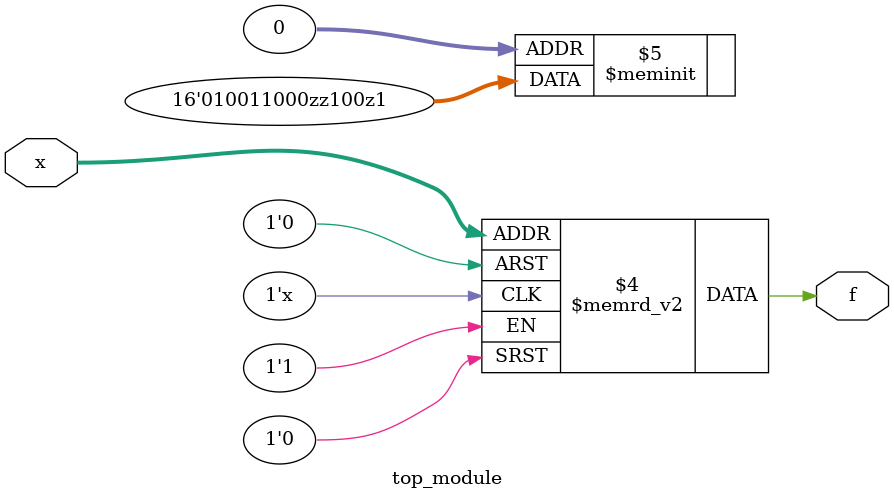
<source format=sv>
module top_module (
	input [4:1] x,
	output logic f
);

always_comb begin
    case (x)
        4'b00_00: f = 1'b1;
        4'b00_01: f = 1'bz;
        4'b00_10: f = 1'b0;
        4'b00_11: f = 1'b0;
        4'b01_00: f = 1'b1;
        4'b01_01: f = 1'bz;
        4'b01_10: f = 1'bz;
        4'b01_11: f = 1'b0;
        4'b10_00: f = 1'b0;
        4'b10_01: f = 1'b0;
        4'b10_10: f = 1'b1;
        4'b10_11: f = 1'b1;
        4'b11_00: f = 1'b0;
        4'b11_01: f = 1'b0;
        4'b11_10: f = 1'b1;
        4'b11_11: f = 1'b0;
        default: f = 1'bz; // Handle don't-cares
    endcase
end

endmodule

</source>
